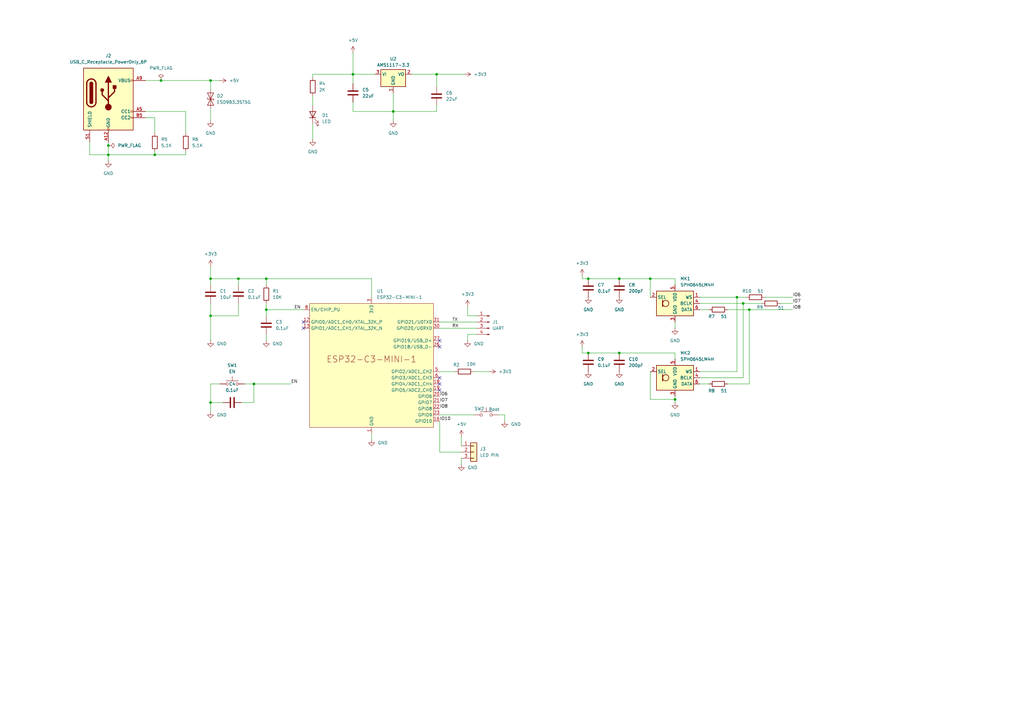
<source format=kicad_sch>
(kicad_sch (version 20250114) (generator "eeschema") (generator_version "9.0")
  (paper "A3")
  (lib_symbols
    (symbol "Connector:Conn_01x04_Pin" (pin_names (offset 1.016) (hide yes))
      (property "Reference" "J" (at 0 5.08 0))
      (property "Value" "Conn_01x04_Pin" (at 0 -7.62 0))
      (symbol "Conn_01x04_Pin_1_1"
        (rectangle (start 0.8636 2.667) (end 0 2.413) (stroke (width 0.1524)) (fill (type outline)))
        (rectangle (start 0.8636 0.127) (end 0 -0.127) (stroke (width 0.1524)) (fill (type outline)))
        (rectangle (start 0.8636 -2.413) (end 0 -2.667) (stroke (width 0.1524)) (fill (type outline)))
        (rectangle (start 0.8636 -4.953) (end 0 -5.207) (stroke (width 0.1524)) (fill (type outline)))
        (polyline (pts (xy 1.27 2.54) (xy 0.8636 2.54)) (stroke (width 0.1524)))
        (polyline (pts (xy 1.27 0) (xy 0.8636 0)) (stroke (width 0.1524)))
        (polyline (pts (xy 1.27 -2.54) (xy 0.8636 -2.54)) (stroke (width 0.1524)))
        (polyline (pts (xy 1.27 -5.08) (xy 0.8636 -5.08)) (stroke (width 0.1524)))
        (pin passive line (at 5.08 2.54 180) (length 3.81) (name "Pin_1") (number "1"))
        (pin passive line (at 5.08 0 180) (length 3.81) (name "Pin_2") (number "2"))
        (pin passive line (at 5.08 -2.54 180) (length 3.81) (name "Pin_3") (number "3"))
        (pin passive line (at 5.08 -5.08 180) (length 3.81) (name "Pin_4") (number "4"))
      )
    )
    (symbol "Connector:USB_C_Receptacle_PowerOnly_6P" (pin_names (offset 1.016))
      (property "Reference" "J" (at 0 16.51 0))
      (property "Value" "USB_C_Receptacle_PowerOnly_6P" (at 0 13.97 0))
      (symbol "USB_C_Receptacle_PowerOnly_6P_0_0"
        (rectangle (start -0.254 -12.7) (end 0.254 -11.684))
        (rectangle (start 10.16 7.874) (end 9.144 7.366))
        (rectangle (start 10.16 -4.826) (end 9.144 -5.334))
        (rectangle (start 10.16 -7.366) (end 9.144 -7.874))
      )
      (symbol "USB_C_Receptacle_PowerOnly_6P_0_1"
        (rectangle (start -10.16 12.7) (end 10.16 -12.7) (stroke (width 0.254)) (fill (type background)))
        (polyline (pts (xy -8.89 -1.27) (xy -8.89 6.35)) (stroke (width 0.508)))
        (rectangle (start -7.62 -1.27) (end -6.35 6.35) (stroke (width 0.254)) (fill (type outline)))
        (arc (start -7.62 6.35) (mid -6.985 6.9823) (end -6.35 6.35) (stroke (width 0.254)))
        (arc (start -7.62 6.35) (mid -6.985 6.9823) (end -6.35 6.35) (stroke (width 0.254)) (fill (type outline)))
        (arc (start -8.89 6.35) (mid -6.985 8.2467) (end -5.08 6.35) (stroke (width 0.508)))
        (arc (start -5.08 -1.27) (mid -6.985 -3.1667) (end -8.89 -1.27) (stroke (width 0.508)))
        (arc (start -6.35 -1.27) (mid -6.985 -1.9023) (end -7.62 -1.27) (stroke (width 0.254)))
        (arc (start -6.35 -1.27) (mid -6.985 -1.9023) (end -7.62 -1.27) (stroke (width 0.254)) (fill (type outline)))
        (polyline (pts (xy -5.08 6.35) (xy -5.08 -1.27)) (stroke (width 0.508)))
        (circle (center -2.54 3.683) (radius 0.635) (stroke (width 0.254)) (fill (type outline)))
        (polyline (pts (xy -1.27 6.858) (xy 0 9.398) (xy 1.27 6.858) (xy -1.27 6.858)) (stroke (width 0.254)) (fill (type outline)))
        (polyline (pts (xy 0 0.508) (xy 2.54 3.048) (xy 2.54 4.318)) (stroke (width 0.508)))
        (polyline (pts (xy 0 -0.762) (xy -2.54 1.778) (xy -2.54 3.048)) (stroke (width 0.508)))
        (polyline (pts (xy 0 -3.302) (xy 0 6.858)) (stroke (width 0.508)))
        (circle (center 0 -3.302) (radius 1.27) (fill (type outline)))
        (rectangle (start 1.905 4.318) (end 3.175 5.588) (stroke (width 0.254)) (fill (type outline)))
      )
      (symbol "USB_C_Receptacle_PowerOnly_6P_1_1"
        (pin passive line (at -7.62 -17.78 90) (length 5.08) (name "SHIELD") (number "S1"))
        (pin passive line (at 0 -17.78 90) (length 5.08) (name "GND") (number "A12"))
        (pin passive line (at 0 -17.78 90) (length 5.08) (hide yes) (name "GND") (number "B12"))
        (pin passive line (at 15.24 7.62 180) (length 5.08) (name "VBUS") (number "A9"))
        (pin passive line (at 15.24 7.62 180) (length 5.08) (hide yes) (name "VBUS") (number "B9"))
        (pin bidirectional line (at 15.24 -5.08 180) (length 5.08) (name "CC1") (number "A5"))
        (pin bidirectional line (at 15.24 -7.62 180) (length 5.08) (name "CC2") (number "B5"))
      )
    )
    (symbol "Connector_Generic:Conn_01x03" (pin_names (offset 1.016) (hide yes))
      (property "Reference" "J" (at 0 5.08 0))
      (property "Value" "Conn_01x03" (at 0 -5.08 0))
      (symbol "Conn_01x03_1_1"
        (rectangle (start -1.27 3.81) (end 1.27 -3.81) (stroke (width 0.254)) (fill (type background)))
        (rectangle (start -1.27 2.667) (end 0 2.413) (stroke (width 0.1524)))
        (rectangle (start -1.27 0.127) (end 0 -0.127) (stroke (width 0.1524)))
        (rectangle (start -1.27 -2.413) (end 0 -2.667) (stroke (width 0.1524)))
        (pin passive line (at -5.08 2.54 0) (length 3.81) (name "Pin_1") (number "1"))
        (pin passive line (at -5.08 0 0) (length 3.81) (name "Pin_2") (number "2"))
        (pin passive line (at -5.08 -2.54 0) (length 3.81) (name "Pin_3") (number "3"))
      )
    )
    (symbol "Device:C" (pin_numbers (hide yes)) (pin_names (offset 0.254))
      (property "Reference" "C" (at 0.635 2.54 0))
      (property "Value" "C" (at 0.635 -2.54 0))
      (symbol "C_0_1"
        (polyline (pts (xy -2.032 0.762) (xy 2.032 0.762)) (stroke (width 0.508)))
        (polyline (pts (xy -2.032 -0.762) (xy 2.032 -0.762)) (stroke (width 0.508)))
      )
      (symbol "C_1_1"
        (pin passive line (at 0 3.81 270) (length 2.794) (name "~") (number "1"))
        (pin passive line (at 0 -3.81 90) (length 2.794) (name "~") (number "2"))
      )
    )
    (symbol "Device:LED" (pin_numbers (hide yes)) (pin_names (offset 1.016) (hide yes))
      (property "Reference" "D" (at 0 2.54 0))
      (property "Value" "LED" (at 0 -2.54 0))
      (symbol "LED_0_1"
        (polyline (pts (xy -3.048 -0.762) (xy -4.572 -2.286) (xy -3.81 -2.286) (xy -4.572 -2.286) (xy -4.572 -1.524)))
        (polyline (pts (xy -1.778 -0.762) (xy -3.302 -2.286) (xy -2.54 -2.286) (xy -3.302 -2.286) (xy -3.302 -1.524)))
        (polyline (pts (xy -1.27 0) (xy 1.27 0)))
        (polyline (pts (xy -1.27 -1.27) (xy -1.27 1.27)) (stroke (width 0.254)))
        (polyline (pts (xy 1.27 -1.27) (xy 1.27 1.27) (xy -1.27 0) (xy 1.27 -1.27)) (stroke (width 0.254)))
      )
      (symbol "LED_1_1"
        (pin passive line (at -3.81 0 0) (length 2.54) (name "K") (number "1"))
        (pin passive line (at 3.81 0 180) (length 2.54) (name "A") (number "2"))
      )
    )
    (symbol "Device:R" (pin_numbers (hide yes)) (pin_names (offset 0))
      (property "Reference" "R" (at 2.032 0 90))
      (property "Value" "R" (at 0 0 90))
      (symbol "R_0_1"
        (rectangle (start -1.016 -2.54) (end 1.016 2.54) (stroke (width 0.254)))
      )
      (symbol "R_1_1"
        (pin passive line (at 0 3.81 270) (length 1.27) (name "~") (number "1"))
        (pin passive line (at 0 -3.81 90) (length 1.27) (name "~") (number "2"))
      )
    )
    (symbol "Diode:ESD9B3.3ST5G" (pin_numbers (hide yes)) (pin_names (offset 1.016) (hide yes))
      (property "Reference" "D" (at 0 2.54 0))
      (property "Value" "ESD9B3.3ST5G" (at 0 -2.54 0))
      (symbol "ESD9B3.3ST5G_0_1"
        (polyline (pts (xy -2.54 -1.27) (xy 0 0) (xy -2.54 1.27) (xy -2.54 -1.27)) (stroke (width 0.2032)))
        (polyline (pts (xy 0.508 1.27) (xy 0 1.27) (xy 0 -1.27) (xy -0.508 -1.27)) (stroke (width 0.2032)))
        (polyline (pts (xy 1.27 0) (xy -1.27 0)))
        (polyline (pts (xy 2.54 1.27) (xy 2.54 -1.27) (xy 0 0) (xy 2.54 1.27)) (stroke (width 0.2032)))
      )
      (symbol "ESD9B3.3ST5G_1_1"
        (pin passive line (at -3.81 0 0) (length 2.54) (name "A1") (number "1"))
        (pin passive line (at 3.81 0 180) (length 2.54) (name "A2") (number "2"))
      )
    )
    (symbol "PCM_Espressif:ESP32-C3-MINI-1"
      (property "Reference" "U" (at -25.4 30.48 0))
      (property "Value" "ESP32-C3-MINI-1" (at -25.4 27.94 0))
      (symbol "ESP32-C3-MINI-1_0_0"
        (text "ESP32-C3-MINI-1" (at 0 2.54 0) (effects (font (size 2.54 2.54))))
      )
      (symbol "ESP32-C3-MINI-1_0_1"
        (rectangle (start -25.4 25.4) (end 25.4 -25.4) (fill (type background)))
      )
      (symbol "ESP32-C3-MINI-1_1_1"
        (pin input line (at -27.94 22.86 0) (length 2.54) (name "EN/CHIP_PU") (number "8"))
        (pin bidirectional line (at -27.94 17.78 0) (length 2.54) (name "GPIO0/ADC1_CH0/XTAL_32K_P") (number "12"))
        (pin bidirectional line (at -27.94 15.24 0) (length 2.54) (name "GPIO1/ADC1_CH1/XTAL_32K_N") (number "13"))
        (pin no_connect line (at -25.4 10.16 0) (length 2.54) (hide yes) (name "NC") (number "4"))
        (pin no_connect line (at -25.4 7.62 0) (length 2.54) (hide yes) (name "NC") (number "7"))
        (pin no_connect line (at -25.4 5.08 0) (length 2.54) (hide yes) (name "NC") (number "9"))
        (pin no_connect line (at -25.4 2.54 0) (length 2.54) (hide yes) (name "NC") (number "10"))
        (pin no_connect line (at -25.4 0 0) (length 2.54) (hide yes) (name "NC") (number "15"))
        (pin no_connect line (at -25.4 -2.54 0) (length 2.54) (hide yes) (name "NC") (number "17"))
        (pin no_connect line (at -25.4 -5.08 0) (length 2.54) (hide yes) (name "NC") (number "24"))
        (pin no_connect line (at -25.4 -7.62 0) (length 2.54) (hide yes) (name "NC") (number "25"))
        (pin no_connect line (at -25.4 -10.16 0) (length 2.54) (hide yes) (name "NC") (number "28"))
        (pin no_connect line (at -25.4 -12.7 0) (length 2.54) (hide yes) (name "NC") (number "29"))
        (pin no_connect line (at -25.4 -15.24 0) (length 2.54) (hide yes) (name "NC") (number "32"))
        (pin no_connect line (at -25.4 -17.78 0) (length 2.54) (hide yes) (name "NC") (number "33"))
        (pin no_connect line (at -25.4 -20.32 0) (length 2.54) (hide yes) (name "NC") (number "34"))
        (pin no_connect line (at -25.4 -22.86 0) (length 2.54) (hide yes) (name "NC") (number "35"))
        (pin power_in line (at 0 27.94 270) (length 2.54) (name "3V3") (number "3"))
        (pin power_in line (at 0 -27.94 90) (length 2.54) (name "GND") (number "1"))
        (pin passive line (at 0 -27.94 90) (length 2.54) (hide yes) (name "GND") (number "11"))
        (pin passive line (at 0 -27.94 90) (length 2.54) (hide yes) (name "GND") (number "14"))
        (pin passive line (at 0 -27.94 90) (length 2.54) (hide yes) (name "GND") (number "2"))
        (pin passive line (at 0 -27.94 90) (length 2.54) (hide yes) (name "GND") (number "36"))
        (pin passive line (at 0 -27.94 90) (length 2.54) (hide yes) (name "GND") (number "37"))
        (pin passive line (at 0 -27.94 90) (length 2.54) (hide yes) (name "GND") (number "38"))
        (pin passive line (at 0 -27.94 90) (length 2.54) (hide yes) (name "GND") (number "39"))
        (pin passive line (at 0 -27.94 90) (length 2.54) (hide yes) (name "GND") (number "40"))
        (pin passive line (at 0 -27.94 90) (length 2.54) (hide yes) (name "GND") (number "41"))
        (pin passive line (at 0 -27.94 90) (length 2.54) (hide yes) (name "GND") (number "42"))
        (pin passive line (at 0 -27.94 90) (length 2.54) (hide yes) (name "GND") (number "43"))
        (pin passive line (at 0 -27.94 90) (length 2.54) (hide yes) (name "GND") (number "44"))
        (pin passive line (at 0 -27.94 90) (length 2.54) (hide yes) (name "GND") (number "45"))
        (pin passive line (at 0 -27.94 90) (length 2.54) (hide yes) (name "GND") (number "46"))
        (pin passive line (at 0 -27.94 90) (length 2.54) (hide yes) (name "GND") (number "47"))
        (pin passive line (at 0 -27.94 90) (length 2.54) (hide yes) (name "GND") (number "48"))
        (pin passive line (at 0 -27.94 90) (length 2.54) (hide yes) (name "GND") (number "49"))
        (pin passive line (at 0 -27.94 90) (length 2.54) (hide yes) (name "GND") (number "50"))
        (pin passive line (at 0 -27.94 90) (length 2.54) (hide yes) (name "GND") (number "51"))
        (pin passive line (at 0 -27.94 90) (length 2.54) (hide yes) (name "GND") (number "52"))
        (pin passive line (at 0 -27.94 90) (length 2.54) (hide yes) (name "GND") (number "53"))
        (pin bidirectional line (at 27.94 17.78 180) (length 2.54) (name "GPIO21/U0TXD") (number "31"))
        (pin bidirectional line (at 27.94 15.24 180) (length 2.54) (name "GPIO20/U0RXD") (number "30"))
        (pin bidirectional line (at 27.94 10.16 180) (length 2.54) (name "GPIO19/USB_D+") (number "27"))
        (pin bidirectional line (at 27.94 7.62 180) (length 2.54) (name "GPIO18/USB_D-") (number "26"))
        (pin bidirectional line (at 27.94 -2.54 180) (length 2.54) (name "GPIO2/ADC1_CH2") (number "5"))
        (pin bidirectional line (at 27.94 -5.08 180) (length 2.54) (name "GPIO3/ADC1_CH3") (number "6"))
        (pin bidirectional line (at 27.94 -7.62 180) (length 2.54) (name "GPIO4/ADC1_CH4") (number "18"))
        (pin bidirectional line (at 27.94 -10.16 180) (length 2.54) (name "GPIO5/ADC2_CH0") (number "19"))
        (pin bidirectional line (at 27.94 -12.7 180) (length 2.54) (name "GPIO6") (number "20"))
        (pin bidirectional line (at 27.94 -15.24 180) (length 2.54) (name "GPIO7") (number "21"))
        (pin bidirectional line (at 27.94 -17.78 180) (length 2.54) (name "GPIO8") (number "22"))
        (pin bidirectional line (at 27.94 -20.32 180) (length 2.54) (name "GPIO9") (number "23"))
        (pin bidirectional line (at 27.94 -22.86 180) (length 2.54) (name "GPIO10") (number "16"))
      )
    )
    (symbol "Regulator_Linear:AMS1117-3.3"
      (property "Reference" "U" (at -3.81 3.175 0))
      (property "Value" "AMS1117-3.3" (at 0 3.175 0))
      (symbol "AMS1117-3.3_0_1"
        (rectangle (start -5.08 -5.08) (end 5.08 1.905) (stroke (width 0.254)) (fill (type background)))
      )
      (symbol "AMS1117-3.3_1_1"
        (pin power_in line (at -7.62 0 0) (length 2.54) (name "VI") (number "3"))
        (pin power_in line (at 0 -7.62 90) (length 2.54) (name "GND") (number "1"))
        (pin power_out line (at 7.62 0 180) (length 2.54) (name "VO") (number "2"))
      )
    )
    (symbol "Sensor_Audio:SPH0645LM4H"
      (property "Reference" "MK" (at -7.62 6.35 0))
      (property "Value" "SPH0645LM4H" (at 1.27 6.35 0))
      (symbol "SPH0645LM4H_1_1"
        (rectangle (start -7.62 5.08) (end 7.62 -5.08) (stroke (width 0.254)) (fill (type background)))
        (polyline (pts (xy -5.08 1.27) (xy -5.08 -1.27)) (stroke (width 0.381)))
        (circle (center -3.81 0) (radius 1.27) (stroke (width 0.254)))
        (pin input line (at -10.16 2.54 0) (length 2.54) (name "SEL") (number "2"))
        (pin power_in line (at 0 7.62 270) (length 2.54) (name "VDD") (number "5"))
        (pin power_in line (at 0 -7.62 90) (length 2.54) (name "GND") (number "3"))
        (pin input line (at 10.16 2.54 180) (length 2.54) (name "WS") (number "1"))
        (pin input line (at 10.16 0 180) (length 2.54) (name "BCLK") (number "4"))
        (pin output line (at 10.16 -2.54 180) (length 2.54) (name "DATA") (number "6"))
      )
    )
    (symbol "Switch:SW_Push" (pin_numbers (hide yes)) (pin_names (offset 1.016) (hide yes))
      (property "Reference" "SW" (at 1.27 2.54 0))
      (property "Value" "SW_Push" (at 0 -1.524 0))
      (symbol "SW_Push_0_1"
        (circle (center -2.032 0) (radius 0.508))
        (polyline (pts (xy 0 1.27) (xy 0 3.048)))
        (circle (center 2.032 0) (radius 0.508))
        (polyline (pts (xy 2.54 1.27) (xy -2.54 1.27)))
        (pin passive line (at -5.08 0 0) (length 2.54) (name "1") (number "1"))
        (pin passive line (at 5.08 0 180) (length 2.54) (name "2") (number "2"))
      )
    )
    (symbol "power:+3V3" (power) (pin_numbers (hide yes)) (pin_names (offset 0) (hide yes))
      (property "Value" "+3V3" (at 0 3.556 0))
      (symbol "+3V3_0_1"
        (polyline (pts (xy -0.762 1.27) (xy 0 2.54)))
        (polyline (pts (xy 0 2.54) (xy 0.762 1.27)))
        (polyline (pts (xy 0 0) (xy 0 2.54)))
      )
      (symbol "+3V3_1_1"
        (pin power_in line (at 0 0 90) (length 0) (name "~") (number "1"))
      )
    )
    (symbol "power:+5V" (power) (pin_numbers (hide yes)) (pin_names (offset 0) (hide yes))
      (property "Value" "+5V" (at 0 3.556 0))
      (symbol "+5V_0_1"
        (polyline (pts (xy -0.762 1.27) (xy 0 2.54)))
        (polyline (pts (xy 0 2.54) (xy 0.762 1.27)))
        (polyline (pts (xy 0 0) (xy 0 2.54)))
      )
      (symbol "+5V_1_1"
        (pin power_in line (at 0 0 90) (length 0) (name "~") (number "1"))
      )
    )
    (symbol "power:GND" (power) (pin_numbers (hide yes)) (pin_names (offset 0) (hide yes))
      (property "Value" "GND" (at 0 -3.81 0))
      (symbol "GND_0_1"
        (polyline (pts (xy 0 0) (xy 0 -1.27) (xy 1.27 -1.27) (xy 0 -2.54) (xy -1.27 -1.27) (xy 0 -1.27)))
      )
      (symbol "GND_1_1"
        (pin power_in line (at 0 0 270) (length 0) (name "~") (number "1"))
      )
    )
    (symbol "power:PWR_FLAG" (power) (pin_numbers (hide yes)) (pin_names (offset 0) (hide yes))
      (property "Value" "PWR_FLAG" (at 0 3.81 0))
      (symbol "PWR_FLAG_0_0"
        (pin power_out line (at 0 0 90) (length 0) (name "~") (number "1"))
      )
      (symbol "PWR_FLAG_0_1"
        (polyline (pts (xy 0 0) (xy 0 1.27) (xy -1.016 1.905) (xy 0 2.54) (xy 1.016 1.905) (xy 0 1.27)))
      )
    )
  )
  (junction (at 161.29 45.72))
  (junction (at 144.78 30.48))
  (junction (at 241.3 144.78))
  (junction (at 97.79 114.3))
  (junction (at 276.86 163.83))
  (junction (at 254 144.78))
  (junction (at 63.5 63.5))
  (junction (at 302.26 121.92))
  (junction (at 44.45 63.5))
  (junction (at 307.34 127))
  (junction (at 86.36 114.3))
  (junction (at 109.22 114.3))
  (junction (at 304.8 124.46))
  (junction (at 44.45 59.69))
  (junction (at 86.36 33.02))
  (junction (at 241.3 114.3))
  (junction (at 86.36 165.1))
  (junction (at 266.7 114.3))
  (junction (at 109.22 127))
  (junction (at 179.07 30.48))
  (junction (at 66.04 33.02))
  (junction (at 86.36 129.54))
  (junction (at 104.14 157.48))
  (junction (at 254 114.3))
  (no_connect (at 180.34 139.7))
  (no_connect (at 180.34 142.24))
  (no_connect (at 124.46 134.62))
  (no_connect (at 180.34 154.94))
  (no_connect (at 180.34 157.48))
  (no_connect (at 180.34 160.02))
  (no_connect (at 124.46 132.08))
  (wire (pts (xy 128.27 30.48) (xy 144.78 30.48)))
  (wire (pts (xy 76.2 45.72) (xy 76.2 54.61)))
  (wire (pts (xy 241.3 114.3) (xy 254 114.3)))
  (wire (pts (xy 189.23 187.96) (xy 189.23 190.5)))
  (wire (pts (xy 320.04 124.46) (xy 325.12 124.46)))
  (wire (pts (xy 109.22 137.16) (xy 109.22 139.7)))
  (wire (pts (xy 109.22 124.46) (xy 109.22 127)))
  (wire (pts (xy 195.58 137.16) (xy 191.77 137.16)))
  (wire (pts (xy 191.77 137.16) (xy 191.77 139.7)))
  (wire (pts (xy 287.02 157.48) (xy 290.83 157.48)))
  (wire (pts (xy 97.79 114.3) (xy 109.22 114.3)))
  (wire (pts (xy 180.34 134.62) (xy 195.58 134.62)))
  (wire (pts (xy 298.45 127) (xy 307.34 127)))
  (wire (pts (xy 179.07 30.48) (xy 190.5 30.48)))
  (wire (pts (xy 36.83 63.5) (xy 44.45 63.5)))
  (wire (pts (xy 168.91 30.48) (xy 179.07 30.48)))
  (wire (pts (xy 207.01 172.72) (xy 207.01 170.18)))
  (wire (pts (xy 109.22 127) (xy 109.22 129.54)))
  (wire (pts (xy 86.36 129.54) (xy 86.36 139.7)))
  (wire (pts (xy 238.76 113.03) (xy 238.76 114.3)))
  (wire (pts (xy 109.22 114.3) (xy 152.4 114.3)))
  (wire (pts (xy 238.76 114.3) (xy 241.3 114.3)))
  (wire (pts (xy 180.34 185.42) (xy 189.23 185.42)))
  (wire (pts (xy 63.5 63.5) (xy 44.45 63.5)))
  (wire (pts (xy 44.45 59.69) (xy 44.45 63.5)))
  (wire (pts (xy 97.79 116.84) (xy 97.79 114.3)))
  (wire (pts (xy 124.46 127) (xy 109.22 127)))
  (wire (pts (xy 59.69 48.26) (xy 63.5 48.26)))
  (wire (pts (xy 86.36 114.3) (xy 86.36 116.84)))
  (wire (pts (xy 144.78 41.91) (xy 144.78 45.72)))
  (wire (pts (xy 144.78 30.48) (xy 153.67 30.48)))
  (wire (pts (xy 179.07 43.18) (xy 179.07 45.72)))
  (wire (pts (xy 189.23 179.07) (xy 189.23 182.88)))
  (wire (pts (xy 100.33 157.48) (xy 104.14 157.48)))
  (wire (pts (xy 128.27 31.75) (xy 128.27 30.48)))
  (wire (pts (xy 86.36 157.48) (xy 86.36 165.1)))
  (wire (pts (xy 287.02 152.4) (xy 302.26 152.4)))
  (wire (pts (xy 254 144.78) (xy 276.86 144.78)))
  (wire (pts (xy 276.86 132.08) (xy 276.86 134.62)))
  (wire (pts (xy 86.36 44.45) (xy 86.36 49.53)))
  (wire (pts (xy 276.86 114.3) (xy 276.86 116.84)))
  (wire (pts (xy 86.36 33.02) (xy 90.17 33.02)))
  (wire (pts (xy 97.79 124.46) (xy 97.79 129.54)))
  (wire (pts (xy 109.22 116.84) (xy 109.22 114.3)))
  (wire (pts (xy 266.7 114.3) (xy 276.86 114.3)))
  (wire (pts (xy 128.27 39.37) (xy 128.27 43.18)))
  (wire (pts (xy 180.34 172.72) (xy 180.34 185.42)))
  (wire (pts (xy 191.77 125.73) (xy 191.77 129.54)))
  (wire (pts (xy 152.4 177.8) (xy 152.4 180.34)))
  (wire (pts (xy 179.07 30.48) (xy 179.07 35.56)))
  (wire (pts (xy 161.29 38.1) (xy 161.29 45.72)))
  (wire (pts (xy 266.7 114.3) (xy 266.7 121.92)))
  (wire (pts (xy 59.69 45.72) (xy 76.2 45.72)))
  (wire (pts (xy 304.8 124.46) (xy 312.42 124.46)))
  (wire (pts (xy 302.26 121.92) (xy 306.07 121.92)))
  (wire (pts (xy 266.7 163.83) (xy 276.86 163.83)))
  (wire (pts (xy 287.02 121.92) (xy 302.26 121.92)))
  (wire (pts (xy 97.79 129.54) (xy 86.36 129.54)))
  (wire (pts (xy 63.5 48.26) (xy 63.5 54.61)))
  (wire (pts (xy 307.34 127) (xy 325.12 127)))
  (wire (pts (xy 86.36 33.02) (xy 86.36 36.83)))
  (wire (pts (xy 90.17 157.48) (xy 86.36 157.48)))
  (wire (pts (xy 287.02 127) (xy 290.83 127)))
  (wire (pts (xy 144.78 34.29) (xy 144.78 30.48)))
  (wire (pts (xy 313.69 121.92) (xy 325.12 121.92)))
  (wire (pts (xy 99.06 165.1) (xy 104.14 165.1)))
  (wire (pts (xy 207.01 170.18) (xy 204.47 170.18)))
  (wire (pts (xy 266.7 152.4) (xy 266.7 163.83)))
  (wire (pts (xy 276.86 162.56) (xy 276.86 163.83)))
  (wire (pts (xy 161.29 45.72) (xy 161.29 49.53)))
  (wire (pts (xy 287.02 124.46) (xy 304.8 124.46)))
  (wire (pts (xy 298.45 157.48) (xy 307.34 157.48)))
  (wire (pts (xy 104.14 165.1) (xy 104.14 157.48)))
  (wire (pts (xy 44.45 58.42) (xy 44.45 59.69)))
  (wire (pts (xy 104.14 157.48) (xy 119.38 157.48)))
  (wire (pts (xy 86.36 165.1) (xy 86.36 168.91)))
  (wire (pts (xy 66.04 33.02) (xy 86.36 33.02)))
  (wire (pts (xy 180.34 132.08) (xy 195.58 132.08)))
  (wire (pts (xy 194.31 152.4) (xy 200.66 152.4)))
  (wire (pts (xy 44.45 63.5) (xy 44.45 66.04)))
  (wire (pts (xy 36.83 58.42) (xy 36.83 63.5)))
  (wire (pts (xy 161.29 45.72) (xy 179.07 45.72)))
  (wire (pts (xy 238.76 142.24) (xy 238.76 144.78)))
  (wire (pts (xy 302.26 121.92) (xy 302.26 152.4)))
  (wire (pts (xy 180.34 152.4) (xy 186.69 152.4)))
  (wire (pts (xy 144.78 21.59) (xy 144.78 30.48)))
  (wire (pts (xy 152.4 114.3) (xy 152.4 121.92)))
  (wire (pts (xy 144.78 45.72) (xy 161.29 45.72)))
  (wire (pts (xy 63.5 62.23) (xy 63.5 63.5)))
  (wire (pts (xy 91.44 165.1) (xy 86.36 165.1)))
  (wire (pts (xy 59.69 33.02) (xy 66.04 33.02)))
  (wire (pts (xy 128.27 50.8) (xy 128.27 57.15)))
  (wire (pts (xy 180.34 170.18) (xy 194.31 170.18)))
  (wire (pts (xy 191.77 129.54) (xy 195.58 129.54)))
  (wire (pts (xy 86.36 129.54) (xy 86.36 124.46)))
  (wire (pts (xy 76.2 62.23) (xy 76.2 63.5)))
  (wire (pts (xy 97.79 114.3) (xy 86.36 114.3)))
  (wire (pts (xy 241.3 144.78) (xy 254 144.78)))
  (wire (pts (xy 307.34 127) (xy 307.34 157.48)))
  (wire (pts (xy 304.8 124.46) (xy 304.8 154.94)))
  (wire (pts (xy 276.86 144.78) (xy 276.86 147.32)))
  (wire (pts (xy 86.36 109.22) (xy 86.36 114.3)))
  (wire (pts (xy 254 114.3) (xy 266.7 114.3)))
  (wire (pts (xy 76.2 63.5) (xy 63.5 63.5)))
  (wire (pts (xy 287.02 154.94) (xy 304.8 154.94)))
  (wire (pts (xy 238.76 144.78) (xy 241.3 144.78)))
  (wire (pts (xy 276.86 163.83) (xy 276.86 165.1)))
  (label "IO8" (at 180.34 167.64 0))
  (label "EN" (at 120.65 127 0))
  (label "IO6" (at 180.34 162.56 0))
  (label "RX" (at 185.42 134.62 0))
  (label "IO7" (at 180.34 165.1 0))
  (label "IO10" (at 180.34 172.72 0))
  (label "EN" (at 119.38 157.48 0))
  (label "IO6" (at 325.12 121.92 0))
  (label "IO7" (at 325.12 124.46 0))
  (label "TX" (at 185.42 132.08 0))
  (label "IO8" (at 325.12 127 0))
  (symbol (lib_id "power:GND") (at 254 121.92 0) (unit 1)
    (property "Reference" "#PWR012" (effects (hide yes)))
    (property "Value" "GND" (at 254 127 0))
    (property "Description" "Power symbol creates a global label with name \"GND\" , ground" (effects (hide yes)))
  )
  (symbol (lib_id "Regulator_Linear:AMS1117-3.3") (at 161.29 30.48 0) (unit 1)
    (property "Reference" "U2" (at 161.29 24.13 0))
    (property "Value" "AMS1117-3.3" (at 161.29 26.67 0))
    (property "Footprint" "Package_TO_SOT_SMD:SOT-223-3_TabPin2" (effects (hide yes)))
    (property "Datasheet" "http://www.advanced-monolithic.com/pdf/ds1117.pdf" (effects (hide yes)))
    (property "Description" "1A Low Dropout regulator, positive, 3.3V fixed output, SOT-223" (effects (hide yes)))
  )
  (symbol (lib_id "power:GND") (at 241.3 121.92 0) (unit 1)
    (property "Reference" "#PWR011" (effects (hide yes)))
    (property "Value" "GND" (at 241.3 127 0))
    (property "Description" "Power symbol creates a global label with name \"GND\" , ground" (effects (hide yes)))
  )
  (symbol (lib_id "Sensor_Audio:SPH0645LM4H") (at 276.86 124.46 0) (unit 1)
    (property "Reference" "MK1" (at 279.0033 114.3 0) (effects (justify left)))
    (property "Value" "SPH0645LM4H" (at 279.0033 116.84 0) (effects (justify left)))
    (property "Footprint" "Sensor_Audio:Knowles_SPH0645LM4H-6_3.5x2.65mm" (effects (hide yes)))
    (property "Datasheet" "https://www.knowles.com/docs/default-source/default-document-library/sph0645lm4h-1-datasheet.pdf" (effects (hide yes)))
    (property "Description" "Knowles MEMS Microphone, 24-bit I2S, 65 dBA SNR, LGA-6" (effects (hide yes)))
  )
  (symbol (lib_id "Device:R") (at 76.2 58.42 0) (unit 1)
    (property "Reference" "R6" (at 78.74 57.1499 0) (effects (justify left)))
    (property "Value" "5.1K" (at 78.74 59.6899 0) (effects (justify left)))
    (property "Footprint" "Resistor_SMD:R_0805_2012Metric" (effects (hide yes)))
    (property "Description" "Resistor" (effects (hide yes)))
  )
  (symbol (lib_id "power:+3V3") (at 200.66 152.4 270) (unit 1)
    (property "Reference" "#PWR04" (effects (hide yes)))
    (property "Value" "+3V3" (at 204.47 152.3999 90) (effects (justify left)))
    (property "Description" "Power symbol creates a global label with name \"+3V3\"" (effects (hide yes)))
  )
  (symbol (lib_id "Device:R") (at 316.23 124.46 90) (unit 1)
    (property "Reference" "R9" (at 311.658 125.984 90))
    (property "Value" "51" (at 320.294 126.238 90))
    (property "Footprint" "Resistor_SMD:R_0805_2012Metric" (effects (hide yes)))
    (property "Description" "Resistor" (effects (hide yes)))
  )
  (symbol (lib_id "Connector_Generic:Conn_01x03") (at 194.31 185.42 0) (unit 1)
    (property "Reference" "J3" (at 196.85 184.1499 0) (effects (justify left)))
    (property "Value" "LED PIN" (at 196.85 186.6899 0) (effects (justify left)))
    (property "Footprint" "Connector_PinHeader_2.54mm:PinHeader_1x03_P2.54mm_Horizontal" (effects (hide yes)))
    (property "Description" "Generic connector, single row, 01x03, script generated (kicad-library-utils/schlib/autogen/connector/)" (effects (hide yes)))
  )
  (symbol (lib_id "Device:R") (at 128.27 35.56 0) (unit 1)
    (property "Reference" "R4" (at 130.81 34.2899 0) (effects (justify left)))
    (property "Value" "2K" (at 130.81 36.8299 0) (effects (justify left)))
    (property "Footprint" "Resistor_SMD:R_0805_2012Metric" (effects (hide yes)))
    (property "Description" "Resistor" (effects (hide yes)))
  )
  (symbol (lib_id "power:GND") (at 44.45 66.04 0) (unit 1)
    (property "Reference" "#PWR0102" (effects (hide yes)))
    (property "Value" "GND" (at 44.45 71.12 0))
    (property "Description" "Power symbol creates a global label with name \"GND\" , ground" (effects (hide yes)))
  )
  (symbol (lib_id "power:+5V") (at 90.17 33.02 270) (unit 1)
    (property "Reference" "#PWR0101" (effects (hide yes)))
    (property "Value" "+5V" (at 93.98 33.0199 90) (effects (justify left)))
    (property "Description" "Power symbol creates a global label with name \"+5V\"" (effects (hide yes)))
  )
  (symbol (lib_id "power:GND") (at 276.86 134.62 0) (unit 1)
    (property "Reference" "#PWR010" (effects (hide yes)))
    (property "Value" "GND" (at 276.86 139.7 0))
    (property "Description" "Power symbol creates a global label with name \"GND\" , ground" (effects (hide yes)))
  )
  (symbol (lib_id "Device:R") (at 294.64 157.48 90) (unit 1)
    (property "Reference" "R8" (at 291.846 160.274 90))
    (property "Value" "51" (at 296.926 160.274 90))
    (property "Footprint" "Resistor_SMD:R_0805_2012Metric" (effects (hide yes)))
    (property "Description" "Resistor" (effects (hide yes)))
  )
  (symbol (lib_id "Device:C") (at 144.78 38.1 0) (unit 1)
    (property "Reference" "C5" (at 148.59 36.8299 0) (effects (justify left)))
    (property "Value" "22uF" (at 148.59 39.3699 0) (effects (justify left)))
    (property "Footprint" "Capacitor_SMD:C_0805_2012Metric" (effects (hide yes)))
    (property "Description" "Unpolarized capacitor" (effects (hide yes)))
  )
  (symbol (lib_id "Device:R") (at 109.22 120.65 0) (unit 1)
    (property "Reference" "R1" (at 111.76 119.3799 0) (effects (justify left)))
    (property "Value" "10K" (at 111.76 121.9199 0) (effects (justify left)))
    (property "Footprint" "Resistor_SMD:R_0805_2012Metric" (effects (hide yes)))
    (property "Description" "Resistor" (effects (hide yes)))
  )
  (symbol (lib_id "Device:C") (at 254 118.11 0) (unit 1)
    (property "Reference" "C8" (at 257.81 116.8399 0) (effects (justify left)))
    (property "Value" "200pF" (at 257.81 119.3799 0) (effects (justify left)))
    (property "Footprint" "Capacitor_SMD:C_0805_2012Metric" (effects (hide yes)))
    (property "Description" "Unpolarized capacitor" (effects (hide yes)))
  )
  (symbol (lib_id "Switch:SW_Push") (at 199.39 170.18 0) (unit 1)
    (property "Reference" "SW2" (at 196.596 167.64 0))
    (property "Value" "Boot" (at 202.692 167.894 0))
    (property "Footprint" "Button_Switch_SMD:SW_Push_SPST_NO_Alps_SKRK" (effects (hide yes)))
    (property "Description" "Push button switch, generic, two pins" (effects (hide yes)))
  )
  (symbol (lib_id "Device:C") (at 97.79 120.65 0) (unit 1)
    (property "Reference" "C2" (at 101.6 119.3799 0) (effects (justify left)))
    (property "Value" "0.1uF" (at 101.6 121.9199 0) (effects (justify left)))
    (property "Footprint" "Capacitor_SMD:C_0805_2012Metric" (effects (hide yes)))
    (property "Description" "Unpolarized capacitor" (effects (hide yes)))
  )
  (symbol (lib_id "power:GND") (at 86.36 168.91 0) (unit 1)
    (property "Reference" "#PWR05" (effects (hide yes)))
    (property "Value" "GND" (at 88.9 170.1799 0) (effects (justify left)))
    (property "Description" "Power symbol creates a global label with name \"GND\" , ground" (effects (hide yes)))
  )
  (symbol (lib_id "power:+3V3") (at 191.77 125.73 0) (unit 1)
    (property "Reference" "#PWR09" (effects (hide yes)))
    (property "Value" "+3V3" (at 191.77 120.65 0))
    (property "Description" "Power symbol creates a global label with name \"+3V3\"" (effects (hide yes)))
  )
  (symbol (lib_id "power:GND") (at 152.4 180.34 0) (unit 1)
    (property "Reference" "#PWR07" (effects (hide yes)))
    (property "Value" "GND" (at 154.94 181.6099 0) (effects (justify left)))
    (property "Description" "Power symbol creates a global label with name \"GND\" , ground" (effects (hide yes)))
  )
  (symbol (lib_id "Device:R") (at 309.88 121.92 90) (unit 1)
    (property "Reference" "R10" (at 306.324 119.38 90))
    (property "Value" "51" (at 311.912 119.38 90))
    (property "Footprint" "Resistor_SMD:R_0805_2012Metric" (effects (hide yes)))
    (property "Description" "Resistor" (effects (hide yes)))
  )
  (symbol (lib_id "Device:R") (at 190.5 152.4 90) (unit 1)
    (property "Reference" "R2" (at 187.198 149.606 90))
    (property "Value" "10K" (at 193.294 149.352 90))
    (property "Footprint" "Resistor_SMD:R_0805_2012Metric" (effects (hide yes)))
    (property "Description" "Resistor" (effects (hide yes)))
  )
  (symbol (lib_id "power:GND") (at 207.01 172.72 0) (unit 1)
    (property "Reference" "#PWR06" (effects (hide yes)))
    (property "Value" "GND" (at 209.55 173.9899 0) (effects (justify left)))
    (property "Description" "Power symbol creates a global label with name \"GND\" , ground" (effects (hide yes)))
  )
  (symbol (lib_id "power:GND") (at 86.36 139.7 0) (unit 1)
    (property "Reference" "#PWR02" (effects (hide yes)))
    (property "Value" "GND" (at 88.9 140.9699 0) (effects (justify left)))
    (property "Description" "Power symbol creates a global label with name \"GND\" , ground" (effects (hide yes)))
  )
  (symbol (lib_id "power:GND") (at 276.86 165.1 0) (unit 1)
    (property "Reference" "#PWR017" (effects (hide yes)))
    (property "Value" "GND" (at 276.86 170.18 0))
    (property "Description" "Power symbol creates a global label with name \"GND\" , ground" (effects (hide yes)))
  )
  (symbol (lib_id "power:+3V3") (at 238.76 113.03 0) (unit 1)
    (property "Reference" "#PWR013" (effects (hide yes)))
    (property "Value" "+3V3" (at 238.76 107.95 0))
    (property "Description" "Power symbol creates a global label with name \"+3V3\"" (effects (hide yes)))
  )
  (symbol (lib_id "Device:R") (at 294.64 127 90) (unit 1)
    (property "Reference" "R7" (at 291.846 129.794 90))
    (property "Value" "51" (at 296.926 129.794 90))
    (property "Footprint" "Resistor_SMD:R_0805_2012Metric" (effects (hide yes)))
    (property "Description" "Resistor" (effects (hide yes)))
  )
  (symbol (lib_id "power:GND") (at 86.36 49.53 0) (unit 1)
    (property "Reference" "#PWR0103" (effects (hide yes)))
    (property "Value" "GND" (at 86.36 54.61 0))
    (property "Description" "Power symbol creates a global label with name \"GND\" , ground" (effects (hide yes)))
  )
  (symbol (lib_id "Device:C") (at 86.36 120.65 0) (unit 1)
    (property "Reference" "C1" (at 90.17 119.3799 0) (effects (justify left)))
    (property "Value" "10uF" (at 90.17 121.9199 0) (effects (justify left)))
    (property "Footprint" "Capacitor_SMD:C_0805_2012Metric" (effects (hide yes)))
    (property "Description" "Unpolarized capacitor" (effects (hide yes)))
  )
  (symbol (lib_id "Device:C") (at 241.3 118.11 0) (unit 1)
    (property "Reference" "C7" (at 245.11 116.8399 0) (effects (justify left)))
    (property "Value" "0.1uF" (at 245.11 119.3799 0) (effects (justify left)))
    (property "Footprint" "Capacitor_SMD:C_0805_2012Metric" (effects (hide yes)))
    (property "Description" "Unpolarized capacitor" (effects (hide yes)))
  )
  (symbol (lib_id "power:GND") (at 109.22 139.7 0) (unit 1)
    (property "Reference" "#PWR03" (effects (hide yes)))
    (property "Value" "GND" (at 111.76 140.9699 0) (effects (justify left)))
    (property "Description" "Power symbol creates a global label with name \"GND\" , ground" (effects (hide yes)))
  )
  (symbol (lib_id "Connector:USB_C_Receptacle_PowerOnly_6P") (at 44.45 40.64 0) (unit 1)
    (property "Reference" "J2" (at 44.45 22.86 0))
    (property "Value" "USB_C_Receptacle_PowerOnly_6P" (at 44.45 25.4 0))
    (property "Footprint" "Connector_USB:USB_C_Receptacle_GCT_USB4125-xx-x-0190_6P_TopMnt_Horizontal" (effects (hide yes)))
    (property "Datasheet" "https://www.usb.org/sites/default/files/documents/usb_type-c.zip" (effects (hide yes)))
    (property "Description" "USB Power-Only 6P Type-C Receptacle connector" (effects (hide yes)))
  )
  (symbol (lib_id "power:GND") (at 191.77 139.7 0) (unit 1)
    (property "Reference" "#PWR08" (effects (hide yes)))
    (property "Value" "GND" (at 194.31 140.9699 0) (effects (justify left)))
    (property "Description" "Power symbol creates a global label with name \"GND\" , ground" (effects (hide yes)))
  )
  (symbol (lib_id "power:GND") (at 128.27 57.15 0) (unit 1)
    (property "Reference" "#PWR020" (effects (hide yes)))
    (property "Value" "GND" (at 128.27 62.23 0))
    (property "Description" "Power symbol creates a global label with name \"GND\" , ground" (effects (hide yes)))
  )
  (symbol (lib_id "power:+5V") (at 144.78 21.59 0) (unit 1)
    (property "Reference" "#PWR0104" (effects (hide yes)))
    (property "Value" "+5V" (at 144.78 16.51 0))
    (property "Description" "Power symbol creates a global label with name \"+5V\"" (effects (hide yes)))
  )
  (symbol (lib_id "Device:R") (at 63.5 58.42 0) (unit 1)
    (property "Reference" "R5" (at 66.04 57.1499 0) (effects (justify left)))
    (property "Value" "5.1K" (at 66.04 59.6899 0) (effects (justify left)))
    (property "Footprint" "Resistor_SMD:R_0805_2012Metric" (effects (hide yes)))
    (property "Description" "Resistor" (effects (hide yes)))
  )
  (symbol (lib_id "Device:LED") (at 128.27 46.99 90) (unit 1)
    (property "Reference" "D1" (at 132.08 47.3074 90) (effects (justify right)))
    (property "Value" "LED" (at 132.08 49.8474 90) (effects (justify right)))
    (property "Footprint" "LED_SMD:LED_0805_2012Metric" (effects (hide yes)))
    (property "Description" "Light emitting diode" (effects (hide yes)))
    (property "Sim.Pins" "1=K 2=A" (effects (hide yes)))
  )
  (symbol (lib_id "Sensor_Audio:SPH0645LM4H") (at 276.86 154.94 0) (unit 1)
    (property "Reference" "MK2" (at 279.0033 144.78 0) (effects (justify left)))
    (property "Value" "SPH0645LM4H" (at 279.0033 147.32 0) (effects (justify left)))
    (property "Footprint" "Sensor_Audio:Knowles_SPH0645LM4H-6_3.5x2.65mm" (effects (hide yes)))
    (property "Datasheet" "https://www.knowles.com/docs/default-source/default-document-library/sph0645lm4h-1-datasheet.pdf" (effects (hide yes)))
    (property "Description" "Knowles MEMS Microphone, 24-bit I2S, 65 dBA SNR, LGA-6" (effects (hide yes)))
  )
  (symbol (lib_id "power:PWR_FLAG") (at 66.04 33.02 0) (unit 1)
    (property "Reference" "#FLG0101" (effects (hide yes)))
    (property "Value" "PWR_FLAG" (at 66.04 27.94 0))
    (property "Description" "Special symbol for telling ERC where power comes from" (effects (hide yes)))
  )
  (symbol (lib_id "power:+3V3") (at 86.36 109.22 0) (unit 1)
    (property "Reference" "#PWR01" (effects (hide yes)))
    (property "Value" "+3V3" (at 86.36 104.14 0))
    (property "Description" "Power symbol creates a global label with name \"+3V3\"" (effects (hide yes)))
  )
  (symbol (lib_id "power:PWR_FLAG") (at 44.45 59.69 270) (unit 1)
    (property "Reference" "#FLG01" (effects (hide yes)))
    (property "Value" "PWR_FLAG" (at 48.26 59.6899 90) (effects (justify left)))
    (property "Description" "Special symbol for telling ERC where power comes from" (effects (hide yes)))
  )
  (symbol (lib_id "Device:C") (at 254 148.59 0) (unit 1)
    (property "Reference" "C10" (at 257.81 147.3199 0) (effects (justify left)))
    (property "Value" "200pF" (at 257.81 149.8599 0) (effects (justify left)))
    (property "Footprint" "Capacitor_SMD:C_0805_2012Metric" (effects (hide yes)))
    (property "Description" "Unpolarized capacitor" (effects (hide yes)))
  )
  (symbol (lib_id "Switch:SW_Push") (at 95.25 157.48 0) (unit 1)
    (property "Reference" "SW1" (at 95.25 149.86 0))
    (property "Value" "EN" (at 95.25 152.4 0))
    (property "Footprint" "Button_Switch_SMD:SW_Push_SPST_NO_Alps_SKRK" (effects (hide yes)))
    (property "Description" "Push button switch, generic, two pins" (effects (hide yes)))
  )
  (symbol (lib_id "PCM_Espressif:ESP32-C3-MINI-1") (at 152.4 149.86 0) (unit 1)
    (property "Reference" "U1" (at 154.5433 119.38 0) (effects (justify left)))
    (property "Value" "ESP32-C3-MINI-1" (at 154.5433 121.92 0) (effects (justify left)))
    (property "Footprint" "PCM_Espressif:ESP32-C3-MINI-1" (effects (hide yes)))
    (property "Datasheet" "https://www.espressif.com/sites/default/files/documentation/esp32-c3-mini-1_datasheet_en.pdf" (effects (hide yes)))
    (property "Description" "ESP32-C3-MINI-1 family is an ultra-low-power MCU-based SoC solution that supports 2.4 GHz Wi-Fi and Bluetooth®Low Energy (Bluetooth LE)." (effects (hide yes)))
  )
  (symbol (lib_id "power:+3V3") (at 190.5 30.48 270) (unit 1)
    (property "Reference" "#PWR021" (effects (hide yes)))
    (property "Value" "+3V3" (at 194.31 30.4799 90) (effects (justify left)))
    (property "Description" "Power symbol creates a global label with name \"+3V3\"" (effects (hide yes)))
  )
  (symbol (lib_id "Device:C") (at 95.25 165.1 90) (unit 1)
    (property "Reference" "C4" (at 95.25 157.48 90))
    (property "Value" "0.1uF" (at 95.25 160.02 90))
    (property "Footprint" "Capacitor_SMD:C_0805_2012Metric" (effects (hide yes)))
    (property "Description" "Unpolarized capacitor" (effects (hide yes)))
  )
  (symbol (lib_id "power:+5V") (at 189.23 179.07 0) (unit 1)
    (property "Reference" "#PWR018" (effects (hide yes)))
    (property "Value" "+5V" (at 189.23 173.99 0))
    (property "Description" "Power symbol creates a global label with name \"+5V\"" (effects (hide yes)))
  )
  (symbol (lib_id "power:GND") (at 254 152.4 0) (unit 1)
    (property "Reference" "#PWR016" (effects (hide yes)))
    (property "Value" "GND" (at 254 157.48 0))
    (property "Description" "Power symbol creates a global label with name \"GND\" , ground" (effects (hide yes)))
  )
  (symbol (lib_id "Device:C") (at 179.07 39.37 0) (unit 1)
    (property "Reference" "C6" (at 182.88 38.0999 0) (effects (justify left)))
    (property "Value" "22uF" (at 182.88 40.6399 0) (effects (justify left)))
    (property "Footprint" "Capacitor_SMD:C_0805_2012Metric" (effects (hide yes)))
    (property "Description" "Unpolarized capacitor" (effects (hide yes)))
  )
  (symbol (lib_id "power:+3V3") (at 238.76 142.24 0) (unit 1)
    (property "Reference" "#PWR014" (effects (hide yes)))
    (property "Value" "+3V3" (at 238.76 137.16 0))
    (property "Description" "Power symbol creates a global label with name \"+3V3\"" (effects (hide yes)))
  )
  (symbol (lib_id "Diode:ESD9B3.3ST5G") (at 86.36 40.64 90) (unit 1)
    (property "Reference" "D2" (at 88.9 39.3699 90) (effects (justify right)))
    (property "Value" "ESD9B3.3ST5G" (at 88.9 41.9099 90) (effects (justify right)))
    (property "Footprint" "Diode_SMD:D_0805_2012Metric" (effects (hide yes)))
    (property "Datasheet" "https://www.onsemi.com/pub/Collateral/ESD9B-D.PDF" (effects (hide yes)))
    (property "Description" "ESD protection diode, 3.3Vrwm, SOD-923" (effects (hide yes)))
  )
  (symbol (lib_id "power:GND") (at 241.3 152.4 0) (unit 1)
    (property "Reference" "#PWR015" (effects (hide yes)))
    (property "Value" "GND" (at 241.3 157.48 0))
    (property "Description" "Power symbol creates a global label with name \"GND\" , ground" (effects (hide yes)))
  )
  (symbol (lib_id "power:GND") (at 161.29 49.53 0) (unit 1)
    (property "Reference" "#PWR0105" (effects (hide yes)))
    (property "Value" "GND" (at 161.29 54.61 0))
    (property "Description" "Power symbol creates a global label with name \"GND\" , ground" (effects (hide yes)))
  )
  (symbol (lib_id "Connector:Conn_01x04_Pin") (at 200.66 132.08 0) (mirror y) (unit 1)
    (property "Reference" "J1" (at 201.93 132.0799 0) (effects (justify right)))
    (property "Value" "UART" (at 201.93 134.6199 0) (effects (justify right)))
    (property "Footprint" "Connector_PinHeader_2.54mm:PinHeader_1x04_P2.54mm_Vertical" (effects (hide yes)))
    (property "Description" "Generic connector, single row, 01x04, script generated" (effects (hide yes)))
  )
  (symbol (lib_id "Device:C") (at 241.3 148.59 0) (unit 1)
    (property "Reference" "C9" (at 245.11 147.3199 0) (effects (justify left)))
    (property "Value" "0.1uF" (at 245.11 149.8599 0) (effects (justify left)))
    (property "Footprint" "Capacitor_SMD:C_0805_2012Metric" (effects (hide yes)))
    (property "Description" "Unpolarized capacitor" (effects (hide yes)))
  )
  (symbol (lib_id "power:GND") (at 189.23 190.5 0) (unit 1)
    (property "Reference" "#PWR019" (effects (hide yes)))
    (property "Value" "GND" (at 191.77 191.7699 0) (effects (justify left)))
    (property "Description" "Power symbol creates a global label with name \"GND\" , ground" (effects (hide yes)))
  )
  (symbol (lib_id "Device:C") (at 109.22 133.35 0) (unit 1)
    (property "Reference" "C3" (at 113.03 132.0799 0) (effects (justify left)))
    (property "Value" "0.1uF" (at 113.03 134.6199 0) (effects (justify left)))
    (property "Footprint" "Capacitor_SMD:C_0805_2012Metric" (effects (hide yes)))
    (property "Description" "Unpolarized capacitor" (effects (hide yes)))
  )
)
</source>
